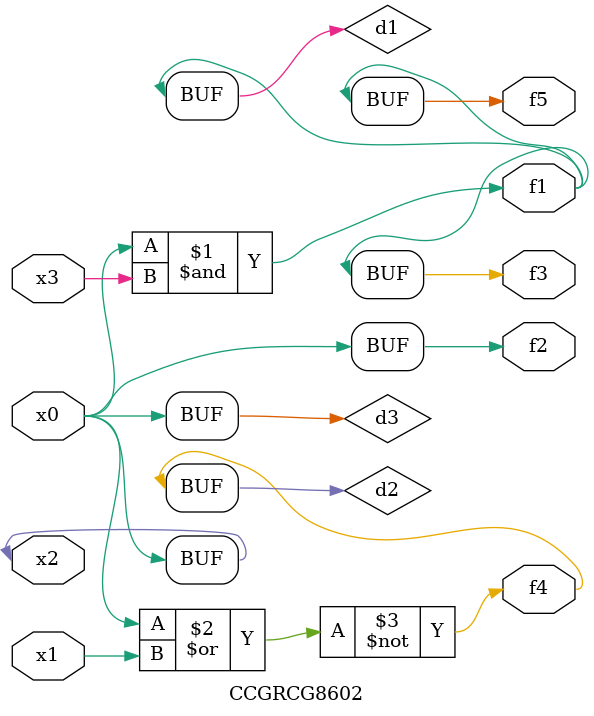
<source format=v>
module CCGRCG8602(
	input x0, x1, x2, x3,
	output f1, f2, f3, f4, f5
);

	wire d1, d2, d3;

	and (d1, x2, x3);
	nor (d2, x0, x1);
	buf (d3, x0, x2);
	assign f1 = d1;
	assign f2 = d3;
	assign f3 = d1;
	assign f4 = d2;
	assign f5 = d1;
endmodule

</source>
